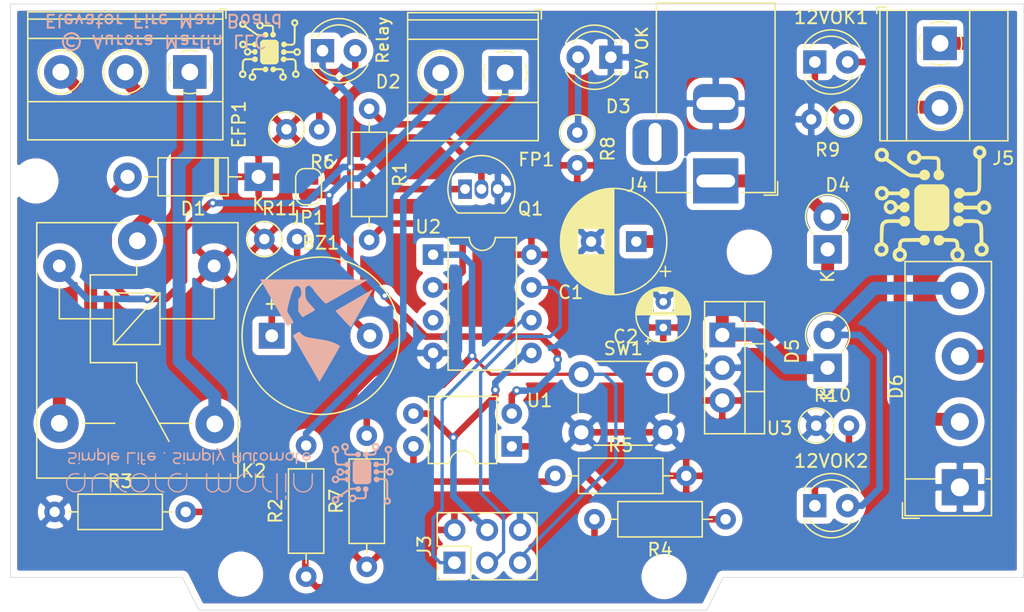
<source format=kicad_pcb>
(kicad_pcb (version 20171130) (host pcbnew "(5.1.4)-1")
  (layers (0 F.Cu signal) (31 B.Cu signal) (34 B.Paste user) (35 F.Paste user) (36 B.SilkS user) (37 F.SilkS user) (38 B.Mask user) (39 F.Mask user) (44 Edge.Cuts user))
  (net 0 "")
  (net 1 +12V)
  (net 2 GND)
  (net 3 +5V)
  (net 4 "Net-(D2-Pad2)")
  (net 5 "Net-(D3-Pad2)")
  (net 6 MISO)
  (net 7 PB2)
  (net 8 MOSI)
  (net 9 Reset)
  (net 10 "Net-(Q1-Pad2)")
  (net 11 /Relay)
  (net 12 "Net-(R2-Pad1)")
  (net 13 "Net-(R4-Pad1)")
  (net 14 "Net-(12VOK1-Pad1)")
  (net 15 "Net-(12VOK1-Pad2)")
  (net 16 /DC+)
  (net 17 "Net-(12VOK2-Pad1)")
  (net 18 /ACL)
  (net 19 /ACN)
  (net 20 "Net-(EFP1-Pad1)")
  (net 21 "Net-(EFP1-Pad2)")
  (net 22 "Net-(EFP1-Pad3)")
  (net 23 "Net-(FP1-Pad1)")
  (net 24 "Net-(FP1-Pad2)")
  (net 25 "Net-(R5-Pad1)")
  (net 26 "Net-(BZ1-Pad1)")
  (net 27 "Net-(BZ1-Pad2)")
  (module auroramarlin:auroraicon10x10 (layer F.Cu) (at 132.9055 47.117)
    (fp_text reference G*** hide)
    (fp_text value LOGO hide)
  )
  (module Symbol:ESD-Logo_8.9x8mm_SilkScreen (layer B.Cu) (at 85.344 57.0865)
    (fp_text reference REF** hide)
    (fp_text value ESD-Logo_8.9x8mm_SilkScreen hide)
  )
  (module Diode_THT:Diode_Bridge_Vishay_KBL (layer F.Cu) (at 135.1915 69.215 90)
    (fp_text reference D6 (at 7.8 -4.95 90) (layer F.SilkS))
    (fp_text value D_Bridge_-AA+)
    (pad 4 thru_hole circle (at 15.24 0 90) (size 2.8 2.8) (drill 1.4) (layers *.Cu *.Mask) (net 16 /DC+))
    (pad 3 thru_hole circle (at 10.16 0 90) (size 2.8 2.8) (drill 1.4) (layers *.Cu *.Mask) (net 19 /ACN))
    (pad 2 thru_hole circle (at 5.08 0 90) (size 2.8 2.8) (drill 1.4) (layers *.Cu *.Mask) (net 18 /ACL))
    (pad 1 thru_hole rect (at 0 0 90) (size 2.8 2.8) (drill 1.4) (layers *.Cu *.Mask) (net 2 GND))
  )
  (module Connector_PinHeader_2.54mm:PinHeader_2x03_P2.54mm_Vertical (layer F.Cu) (at 96.012 75.057 90)
    (fp_text reference J3 (at 1.27 -2.33 90) (layer F.SilkS))
    (fp_text value ICSP)
    (pad 1 thru_hole rect (at 0 0 90) (size 1.7 1.7) (drill 1) (layers *.Cu *.Mask) (net 6 MISO))
    (pad 2 thru_hole oval (at 2.54 0 90) (size 1.7 1.7) (drill 1) (layers *.Cu *.Mask) (net 3 +5V))
    (pad 3 thru_hole oval (at 0 2.54 90) (size 1.7 1.7) (drill 1) (layers *.Cu *.Mask) (net 7 PB2))
    (pad 4 thru_hole oval (at 2.54 2.54 90) (size 1.7 1.7) (drill 1) (layers *.Cu *.Mask) (net 8 MOSI))
    (pad 5 thru_hole oval (at 0 5.08 90) (size 1.7 1.7) (drill 1) (layers *.Cu *.Mask) (net 9 Reset))
    (pad 6 thru_hole oval (at 2.54 5.08 90) (size 1.7 1.7) (drill 1) (layers *.Cu *.Mask) (net 2 GND))
  )
  (module auroramarlin:a_marlin_logo (layer F.Cu) (at 81.661 35.306)
    (fp_text reference G*** hide)
    (fp_text value LOGO hide)
  )
  (module auroramarlin:aurora_Marlin (layer B.Cu) (at 78.613 68.199)
    (fp_text reference G*** hide)
    (fp_text value LOGO hide)
  )
  (module MountingHole:MountingHole_2.5mm (layer F.Cu) (at 63.5635 45.466)
    (fp_text reference REF** hide)
    (fp_text value MountingHole_2.5mm)
    (pad 1 np_thru_hole circle (at 0 0) (size 2.5 2.5) (drill 2.5) (layers *.Cu *.Mask))
  )
  (module MountingHole:MountingHole_2.5mm (layer F.Cu) (at 118.872 50.9905)
    (fp_text reference REF** hide)
    (fp_text value MountingHole_2.5mm)
    (pad 1 np_thru_hole circle (at 0 0) (size 2.5 2.5) (drill 2.5) (layers *.Cu *.Mask))
  )
  (module MountingHole:MountingHole_2.5mm (layer F.Cu) (at 79.4385 75.946)
    (fp_text reference REF** hide)
    (fp_text value MountingHole_2.5mm)
    (pad 1 np_thru_hole circle (at 0 0) (size 2.5 2.5) (drill 2.5) (layers *.Cu *.Mask))
  )
  (module MountingHole:MountingHole_2.5mm (layer F.Cu) (at 112.268 76.1365)
    (fp_text reference REF** hide)
    (fp_text value MountingHole_2.5mm)
    (pad 1 np_thru_hole circle (at 0 0) (size 2.5 2.5) (drill 2.5) (layers *.Cu *.Mask))
  )
  (module Capacitor_THT:CP_Radial_D8.0mm_P3.50mm (layer F.Cu) (at 110.109 50.165 180)
    (fp_text reference C1 (at 5.08 -3.937) (layer F.SilkS))
    (fp_text value "100uF 35V")
    (pad 1 thru_hole rect (at 0 0 180) (size 1.6 1.6) (drill 0.8) (layers *.Cu *.Mask) (net 1 +12V))
    (pad 2 thru_hole circle (at 3.5 0 180) (size 1.6 1.6) (drill 0.8) (layers *.Cu *.Mask) (net 2 GND))
  )
  (module Capacitor_THT:CP_Radial_D4.0mm_P2.00mm (layer F.Cu) (at 112.2045 56.8325 90)
    (fp_text reference C2 (at -0.6985 -2.921 180) (layer F.SilkS))
    (fp_text value "10uF 35V")
    (pad 1 thru_hole rect (at 0 0 90) (size 1.2 1.2) (drill 0.6) (layers *.Cu *.Mask) (net 3 +5V))
    (pad 2 thru_hole circle (at 2 0 90) (size 1.2 1.2) (drill 0.6) (layers *.Cu *.Mask) (net 2 GND))
  )
  (module TerminalBlock_Phoenix:TerminalBlock_Phoenix_MKDS-1,5-3_1x03_P5.00mm_Horizontal (layer F.Cu) (at 75.5015 37.0205 180)
    (fp_text reference EFP1 (at -3.81 -4.064 90) (layer F.SilkS))
    (fp_text value Output)
    (pad 1 thru_hole rect (at 0 0 180) (size 2.6 2.6) (drill 1.3) (layers *.Cu *.Mask) (net 20 "Net-(EFP1-Pad1)"))
    (pad 2 thru_hole circle (at 5 0 180) (size 2.6 2.6) (drill 1.3) (layers *.Cu *.Mask) (net 21 "Net-(EFP1-Pad2)"))
    (pad 3 thru_hole circle (at 10 0 180) (size 2.6 2.6) (drill 1.3) (layers *.Cu *.Mask) (net 22 "Net-(EFP1-Pad3)"))
  )
  (module TerminalBlock_Phoenix:TerminalBlock_Phoenix_MKDS-1,5-2_1x02_P5.00mm_Horizontal (layer F.Cu) (at 99.949 37.084 180)
    (fp_text reference FP1 (at -2.413 -6.731) (layer F.SilkS))
    (fp_text value Input)
    (pad 1 thru_hole rect (at 0 0 180) (size 2.6 2.6) (drill 1.3) (layers *.Cu *.Mask) (net 23 "Net-(FP1-Pad1)"))
    (pad 2 thru_hole circle (at 5 0 180) (size 2.6 2.6) (drill 1.3) (layers *.Cu *.Mask) (net 24 "Net-(FP1-Pad2)"))
  )
  (module Connector_BarrelJack:BarrelJack_Horizontal (layer F.Cu) (at 116.2685 45.466 270)
    (fp_text reference J4 (at 0.3175 6.096 180) (layer F.SilkS))
    (fp_text value DC_IN)
    (pad 1 thru_hole rect (at 0 0 270) (size 3.5 3.5) (drill oval 1 3) (layers *.Cu *.Mask) (net 15 "Net-(12VOK1-Pad2)"))
    (pad 2 thru_hole roundrect (at -6 0 270) (size 3 3.5) (drill oval 1 3) (layers *.Cu *.Mask) (net 2 GND))
    (pad 3 thru_hole roundrect (at -3 4.7 270) (size 3.5 3.5) (drill oval 3 1) (layers *.Cu *.Mask))
  )
  (module Relay_THT:Relay_SPDT_SANYOU_SRD_Series_Form_C (layer F.Cu) (at 71.4375 50.1015 270)
    (fp_text reference K2 (at 17.8435 -9.017 180) (layer F.SilkS))
    (fp_text value SANYOU_SRD_Form_C)
    (pad 2 thru_hole circle (at 1.95 6.05) (size 2.5 2.5) (drill 1) (layers *.Cu *.Mask) (net 27 "Net-(BZ1-Pad2)"))
    (pad 3 thru_hole circle (at 14.15 6.05) (size 3 3) (drill 1.3) (layers *.Cu *.Mask) (net 22 "Net-(EFP1-Pad3)"))
    (pad 4 thru_hole circle (at 14.2 -6) (size 3 3) (drill 1.3) (layers *.Cu *.Mask) (net 20 "Net-(EFP1-Pad1)"))
    (pad 5 thru_hole circle (at 1.95 -5.95) (size 2.5 2.5) (drill 1) (layers *.Cu *.Mask) (net 3 +5V))
    (pad 1 thru_hole circle (at 0 0) (size 3 3) (drill 1.3) (layers *.Cu *.Mask) (net 21 "Net-(EFP1-Pad2)"))
  )
  (module Package_TO_SOT_THT:TO-92_Inline (layer F.Cu) (at 96.8375 46.101)
    (fp_text reference Q1 (at 5.08 1.524) (layer F.SilkS))
    (fp_text value BC547)
    (pad 2 thru_hole oval (at 1.27 0) (size 1.05 1.5) (drill 0.75) (layers *.Cu *.Mask) (net 10 "Net-(Q1-Pad2)"))
    (pad 3 thru_hole oval (at 2.54 0) (size 1.05 1.5) (drill 0.75) (layers *.Cu *.Mask) (net 2 GND))
    (pad 1 thru_hole rect (at 0 0) (size 1.05 1.5) (drill 0.75) (layers *.Cu *.Mask) (net 27 "Net-(BZ1-Pad2)"))
  )
  (module Button_Switch_THT:SW_PUSH_6mm_H4.3mm (layer F.Cu) (at 105.8545 60.452)
    (fp_text reference SW1 (at 3.25 -2) (layer F.SilkS))
    (fp_text value SW_Push)
    (pad 2 thru_hole circle (at 0 4.5 90) (size 2 2) (drill 1.1) (layers *.Cu *.Mask) (net 2 GND))
    (pad 1 thru_hole circle (at 0 0 90) (size 2 2) (drill 1.1) (layers *.Cu *.Mask) (net 9 Reset))
    (pad 2 thru_hole circle (at 6.5 4.5 90) (size 2 2) (drill 1.1) (layers *.Cu *.Mask) (net 2 GND))
    (pad 1 thru_hole circle (at 6.5 0 90) (size 2 2) (drill 1.1) (layers *.Cu *.Mask) (net 9 Reset))
  )
  (module Package_DIP:DIP-4_W7.62mm (layer F.Cu) (at 100.457 66.04 180)
    (fp_text reference U1 (at -2.159 3.556) (layer F.SilkS))
    (fp_text value PC817)
    (pad 1 thru_hole rect (at 0 0 180) (size 1.6 1.6) (drill 0.8) (layers *.Cu *.Mask) (net 13 "Net-(R4-Pad1)"))
    (pad 3 thru_hole oval (at 7.62 2.54 180) (size 1.6 1.6) (drill 0.8) (layers *.Cu *.Mask) (net 8 MOSI))
    (pad 2 thru_hole oval (at 0 2.54 180) (size 1.6 1.6) (drill 0.8) (layers *.Cu *.Mask) (net 24 "Net-(FP1-Pad2)"))
    (pad 4 thru_hole oval (at 7.62 0 180) (size 1.6 1.6) (drill 0.8) (layers *.Cu *.Mask) (net 25 "Net-(R5-Pad1)"))
  )
  (module Package_DIP:DIP-8_W7.62mm (layer F.Cu) (at 94.361 51.181)
    (fp_text reference U2 (at -0.381 -2.159) (layer F.SilkS))
    (fp_text value ATtiny13-20PU)
    (pad 1 thru_hole rect (at 0 0) (size 1.6 1.6) (drill 0.8) (layers *.Cu *.Mask) (net 9 Reset))
    (pad 5 thru_hole oval (at 7.62 7.62) (size 1.6 1.6) (drill 0.8) (layers *.Cu *.Mask) (net 8 MOSI))
    (pad 2 thru_hole oval (at 0 2.54) (size 1.6 1.6) (drill 0.8) (layers *.Cu *.Mask) (net 11 /Relay))
    (pad 6 thru_hole oval (at 7.62 5.08) (size 1.6 1.6) (drill 0.8) (layers *.Cu *.Mask) (net 6 MISO))
    (pad 3 thru_hole oval (at 0 5.08) (size 1.6 1.6) (drill 0.8) (layers *.Cu *.Mask))
    (pad 7 thru_hole oval (at 7.62 2.54) (size 1.6 1.6) (drill 0.8) (layers *.Cu *.Mask) (net 7 PB2))
    (pad 4 thru_hole oval (at 0 7.62) (size 1.6 1.6) (drill 0.8) (layers *.Cu *.Mask) (net 2 GND))
    (pad 8 thru_hole oval (at 7.62 0) (size 1.6 1.6) (drill 0.8) (layers *.Cu *.Mask) (net 3 +5V))
  )
  (module Package_TO_SOT_THT:TO-220-3_Vertical (layer F.Cu) (at 116.7765 57.404 270)
    (fp_text reference U3 (at 7.239 -4.445 180) (layer F.SilkS))
    (fp_text value LM7805_TO220)
    (pad 1 thru_hole rect (at 0 0 270) (size 1.905 2) (drill 1.1) (layers *.Cu *.Mask) (net 1 +12V))
    (pad 2 thru_hole oval (at 2.54 0 270) (size 1.905 2) (drill 1.1) (layers *.Cu *.Mask) (net 2 GND))
    (pad 3 thru_hole oval (at 5.08 0 270) (size 1.905 2) (drill 1.1) (layers *.Cu *.Mask) (net 3 +5V))
  )
  (module TerminalBlock_Phoenix:TerminalBlock_Phoenix_MKDS-1,5-2_1x02_P5.00mm_Horizontal (layer F.Cu) (at 133.6548 34.798 270)
    (fp_text reference J5 (at 8.9154 -4.9022 180) (layer F.SilkS))
    (fp_text value AC_IN)
    (pad 1 thru_hole rect (at 0 0 270) (size 2.6 2.6) (drill 1.3) (layers *.Cu *.Mask) (net 19 /ACN))
    (pad 2 thru_hole circle (at 5 0 270) (size 2.6 2.6) (drill 1.3) (layers *.Cu *.Mask) (net 18 /ACL))
  )
  (module Diode_THT:D_DO-41_SOD81_P10.16mm_Horizontal (layer F.Cu) (at 80.8355 45.1485 180)
    (fp_text reference D1 (at 5.08 -2.47) (layer F.SilkS))
    (fp_text value 1N4001)
    (fp_text user K (at 0 -2.1) (layer F.SilkS))
    (pad 1 thru_hole rect (at 0 0 180) (size 2.2 2.2) (drill 1.1) (layers *.Cu *.Mask) (net 3 +5V))
    (pad 2 thru_hole oval (at 10.16 0 180) (size 2.2 2.2) (drill 1.1) (layers *.Cu *.Mask) (net 27 "Net-(BZ1-Pad2)"))
  )
  (module Resistor_THT:R_Axial_DIN0207_L6.3mm_D2.5mm_P10.16mm_Horizontal (layer F.Cu) (at 89.408 39.878 270)
    (fp_text reference R1 (at 5.08 -2.37 90) (layer F.SilkS))
    (fp_text value 10K)
    (pad 2 thru_hole oval (at 10.16 0 270) (size 1.6 1.6) (drill 0.8) (layers *.Cu *.Mask) (net 11 /Relay))
    (pad 1 thru_hole circle (at 0 0 270) (size 1.6 1.6) (drill 0.8) (layers *.Cu *.Mask) (net 10 "Net-(Q1-Pad2)"))
  )
  (module Resistor_THT:R_Axial_DIN0207_L6.3mm_D2.5mm_P10.16mm_Horizontal (layer F.Cu) (at 84.5185 76.1365 90)
    (fp_text reference R2 (at 5.08 -2.37 90) (layer F.SilkS))
    (fp_text value "2K 1/2W")
    (pad 1 thru_hole circle (at 0 0 90) (size 1.6 1.6) (drill 0.8) (layers *.Cu *.Mask) (net 12 "Net-(R2-Pad1)"))
    (pad 2 thru_hole oval (at 10.16 0 90) (size 1.6 1.6) (drill 0.8) (layers *.Cu *.Mask) (net 23 "Net-(FP1-Pad1)"))
  )
  (module Resistor_THT:R_Axial_DIN0207_L6.3mm_D2.5mm_P10.16mm_Horizontal (layer F.Cu) (at 65.024 71.12)
    (fp_text reference R3 (at 5.08 -2.37) (layer F.SilkS))
    (fp_text value "1K 1/2W")
    (pad 1 thru_hole circle (at 0 0) (size 1.6 1.6) (drill 0.8) (layers *.Cu *.Mask) (net 2 GND))
    (pad 2 thru_hole oval (at 10.16 0) (size 1.6 1.6) (drill 0.8) (layers *.Cu *.Mask) (net 12 "Net-(R2-Pad1)"))
  )
  (module Resistor_THT:R_Axial_DIN0207_L6.3mm_D2.5mm_P10.16mm_Horizontal (layer F.Cu) (at 117.0305 71.6915 180)
    (fp_text reference R4 (at 5.08 -2.37) (layer F.SilkS))
    (fp_text value "10K 1/2W")
    (pad 2 thru_hole oval (at 10.16 0 180) (size 1.6 1.6) (drill 0.8) (layers *.Cu *.Mask) (net 12 "Net-(R2-Pad1)"))
    (pad 1 thru_hole circle (at 0 0 180) (size 1.6 1.6) (drill 0.8) (layers *.Cu *.Mask) (net 13 "Net-(R4-Pad1)"))
  )
  (module Resistor_THT:R_Axial_DIN0207_L6.3mm_D2.5mm_P10.16mm_Horizontal (layer F.Cu) (at 103.8225 68.326)
    (fp_text reference R5 (at 5.08 -2.37) (layer F.SilkS))
    (fp_text value 4.7K)
    (pad 2 thru_hole oval (at 10.16 0) (size 1.6 1.6) (drill 0.8) (layers *.Cu *.Mask) (net 3 +5V))
    (pad 1 thru_hole circle (at 0 0) (size 1.6 1.6) (drill 0.8) (layers *.Cu *.Mask) (net 25 "Net-(R5-Pad1)"))
  )
  (module Resistor_THT:R_Axial_DIN0207_L6.3mm_D2.5mm_P10.16mm_Horizontal (layer F.Cu) (at 89.2175 75.3745 90)
    (fp_text reference R7 (at 5.08 -2.37 90) (layer F.SilkS))
    (fp_text value 10K)
    (pad 1 thru_hole circle (at 0 0 90) (size 1.6 1.6) (drill 0.8) (layers *.Cu *.Mask) (net 3 +5V))
    (pad 2 thru_hole oval (at 10.16 0 90) (size 1.6 1.6) (drill 0.8) (layers *.Cu *.Mask) (net 9 Reset))
  )
  (module Diode_THT:D_DO-41_SOD81_P2.54mm_Vertical_KathodeUp (layer F.Cu) (at 124.9426 50.7746 90)
    (fp_text reference D4 (at 4.9911 0.7874 180) (layer F.SilkS))
    (fp_text value D)
    (fp_text user K (at -2.1 0 90) (layer F.SilkS))
    (pad 1 thru_hole rect (at 0 0 90) (size 2.2 2.2) (drill 1.1) (layers *.Cu *.Mask) (net 1 +12V))
    (pad 2 thru_hole oval (at 2.54 0 90) (size 2.2 2.2) (drill 1.1) (layers *.Cu *.Mask) (net 15 "Net-(12VOK1-Pad2)"))
  )
  (module Resistor_THT:R_Axial_DIN0207_L6.3mm_D2.5mm_P2.54mm_Vertical (layer F.Cu) (at 105.537 41.7195 270)
    (fp_text reference R8 (at 1.27 -2.37 90) (layer F.SilkS))
    (fp_text value 330)
    (pad 2 thru_hole oval (at 2.54 0 270) (size 1.6 1.6) (drill 0.8) (layers *.Cu *.Mask) (net 3 +5V))
    (pad 1 thru_hole circle (at 0 0 270) (size 1.6 1.6) (drill 0.8) (layers *.Cu *.Mask) (net 5 "Net-(D3-Pad2)"))
  )
  (module Diode_THT:D_DO-41_SOD81_P2.54mm_Vertical_KathodeUp (layer F.Cu) (at 124.9426 59.944 90)
    (fp_text reference D5 (at 1.27 -2.750635 90) (layer F.SilkS))
    (fp_text value D)
    (fp_text user K (at -2.1 0 90) (layer F.SilkS))
    (pad 1 thru_hole rect (at 0 0 90) (size 2.2 2.2) (drill 1.1) (layers *.Cu *.Mask) (net 1 +12V))
    (pad 2 thru_hole oval (at 2.54 0 90) (size 2.2 2.2) (drill 1.1) (layers *.Cu *.Mask) (net 16 /DC+))
  )
  (module Resistor_THT:R_Axial_DIN0207_L6.3mm_D2.5mm_P2.54mm_Vertical (layer F.Cu) (at 124.0536 64.4398)
    (fp_text reference R10 (at 1.27 -2.37) (layer F.SilkS))
    (fp_text value 330)
    (pad 1 thru_hole circle (at 0 0) (size 1.6 1.6) (drill 0.8) (layers *.Cu *.Mask) (net 2 GND))
    (pad 2 thru_hole oval (at 2.54 0) (size 1.6 1.6) (drill 0.8) (layers *.Cu *.Mask) (net 17 "Net-(12VOK2-Pad1)"))
  )
  (module Resistor_THT:R_Axial_DIN0207_L6.3mm_D2.5mm_P2.54mm_Vertical (layer F.Cu) (at 126.2126 40.6908 180)
    (fp_text reference R9 (at 1.27 -2.37) (layer F.SilkS))
    (fp_text value 330)
    (pad 1 thru_hole circle (at 0 0 180) (size 1.6 1.6) (drill 0.8) (layers *.Cu *.Mask) (net 14 "Net-(12VOK1-Pad1)"))
    (pad 2 thru_hole oval (at 2.54 0 180) (size 1.6 1.6) (drill 0.8) (layers *.Cu *.Mask) (net 2 GND))
  )
  (module LED_THT:LED_D4.0mm (layer F.Cu) (at 123.952 36.2458)
    (fp_text reference 12VOK1 (at 1.27 -3.46) (layer F.SilkS))
    (fp_text value Yellow)
    (pad 2 thru_hole circle (at 2.54 0) (size 1.8 1.8) (drill 0.9) (layers *.Cu *.Mask) (net 15 "Net-(12VOK1-Pad2)"))
    (pad 1 thru_hole rect (at 0 0) (size 1.8 1.8) (drill 0.9) (layers *.Cu *.Mask) (net 14 "Net-(12VOK1-Pad1)"))
  )
  (module LED_THT:LED_D4.0mm (layer F.Cu) (at 123.952 70.6374)
    (fp_text reference 12VOK2 (at 1.27 -3.46) (layer F.SilkS))
    (fp_text value Blue)
    (pad 1 thru_hole rect (at 0 0) (size 1.8 1.8) (drill 0.9) (layers *.Cu *.Mask) (net 17 "Net-(12VOK2-Pad1)"))
    (pad 2 thru_hole circle (at 2.54 0) (size 1.8 1.8) (drill 0.9) (layers *.Cu *.Mask) (net 16 /DC+))
  )
  (module LED_THT:LED_D4.0mm (layer F.Cu) (at 108.1405 35.8775 180)
    (fp_text reference D3 (at -0.5715 -3.81) (layer F.SilkS))
    (fp_text value Green)
    (pad 2 thru_hole circle (at 2.54 0 180) (size 1.8 1.8) (drill 0.9) (layers *.Cu *.Mask) (net 5 "Net-(D3-Pad2)"))
    (pad 1 thru_hole rect (at 0 0 180) (size 1.8 1.8) (drill 0.9) (layers *.Cu *.Mask) (net 2 GND))
  )
  (module LED_THT:LED_D4.0mm (layer F.Cu) (at 85.7885 35.3695)
    (fp_text reference D2 (at 5.08 2.413) (layer F.SilkS))
    (fp_text value Red)
    (pad 1 thru_hole rect (at 0 0) (size 1.8 1.8) (drill 0.9) (layers *.Cu *.Mask) (net 27 "Net-(BZ1-Pad2)"))
    (pad 2 thru_hole circle (at 2.54 0) (size 1.8 1.8) (drill 0.9) (layers *.Cu *.Mask) (net 4 "Net-(D2-Pad2)"))
  )
  (module Resistor_THT:R_Axial_DIN0207_L6.3mm_D2.5mm_P2.54mm_Vertical (layer F.Cu) (at 82.9945 41.4655)
    (fp_text reference R6 (at 2.794 2.54) (layer F.SilkS))
    (fp_text value 330)
    (pad 1 thru_hole circle (at 0 0) (size 1.6 1.6) (drill 0.8) (layers *.Cu *.Mask) (net 3 +5V))
    (pad 2 thru_hole oval (at 2.54 0) (size 1.6 1.6) (drill 0.8) (layers *.Cu *.Mask) (net 4 "Net-(D2-Pad2)"))
  )
  (module Jumper:SolderJumper-2_P1.3mm_Open_RoundedPad1.0x1.5mm (layer F.Cu) (at 84.709 45.9105 90)
    (fp_text reference JP1 (at -2.413 -0.0635 180) (layer F.SilkS))
    (fp_text value GROUND)
    (pad 1 smd custom (at -0.65 0 90) (size 1 0.5) (layers F.Cu F.Mask) (net 24 "Net-(FP1-Pad2)") (options (clearance outline) (anchor rect)) (primitives (gr_circle (center 0 0.25) (end 0.5 0.25) (width 0)) (gr_circle (center 0 -0.25) (end 0.5 -0.25) (width 0)) (gr_poly (pts (xy 0 -0.75) (xy 0.5 -0.75) (xy 0.5 0.75) (xy 0 0.75)) (width 0))))
    (pad 2 smd custom (at 0.65 0 90) (size 1 0.5) (layers F.Cu F.Mask) (net 2 GND) (options (clearance outline) (anchor rect)) (primitives (gr_circle (center 0 0.25) (end 0.5 0.25) (width 0)) (gr_circle (center 0 -0.25) (end 0.5 -0.25) (width 0)) (gr_poly (pts (xy 0 -0.75) (xy -0.5 -0.75) (xy -0.5 0.75) (xy 0 0.75)) (width 0))))
  )
  (module Buzzer_Beeper:Buzzer_12x9.5RM7.6 (layer F.Cu) (at 81.8515 57.4675)
    (fp_text reference BZ1 (at 3.8 -7.2) (layer F.SilkS))
    (fp_text value Buzzer)
    (fp_text user + (at -0.01 -2.54) (layer F.SilkS))
    (pad 1 thru_hole rect (at 0 0) (size 2 2) (drill 1) (layers *.Cu *.Mask) (net 26 "Net-(BZ1-Pad1)"))
    (pad 2 thru_hole circle (at 7.6 0) (size 2 2) (drill 1) (layers *.Cu *.Mask) (net 27 "Net-(BZ1-Pad2)"))
  )
  (module Resistor_THT:R_Axial_DIN0207_L6.3mm_D2.5mm_P2.54mm_Vertical (layer F.Cu) (at 81.28 49.9745)
    (fp_text reference R11 (at 1.27 -2.37) (layer F.SilkS))
    (fp_text value 180)
    (pad 1 thru_hole circle (at 0 0) (size 1.6 1.6) (drill 0.8) (layers *.Cu *.Mask) (net 3 +5V))
    (pad 2 thru_hole oval (at 2.54 0) (size 1.6 1.6) (drill 0.8) (layers *.Cu *.Mask) (net 26 "Net-(BZ1-Pad1)"))
  )
  (gr_text "5V OK" (at 110.5535 35.56 90) (layer F.SilkS) (effects (font (size 0.9 0.9))))
  (gr_line (start 140.1318 76.2) (end 140.1572 31.75) (layer Edge.Cuts) (width 0.05))
  (gr_line (start 121.92 76.2) (end 140.1318 76.2) (layer Edge.Cuts) (width 0.05))
  (gr_text Relay (at 90.4494 34.544 90) (layer F.SilkS) (effects (font (size 0.9 0.9))))
  (gr_text "© Aurora Marlin LLC\nElevator Fire Man Board" (at 73.4695 33.8455 180) (layer B.SilkS) (effects (font (size 1 1)) (justify mirror)))
  (gr_line (start 74.93 76.2) (end 74.295 76.2) (layer Edge.Cuts) (width 0.05))
  (gr_line (start 76.2 78.74) (end 74.93 76.2) (layer Edge.Cuts) (width 0.05))
  (gr_line (start 116.84 76.2) (end 117.475 76.2) (layer Edge.Cuts) (width 0.05))
  (gr_line (start 115.57 78.74) (end 116.84 76.2) (layer Edge.Cuts) (width 0.05))
  (gr_line (start 76.2 78.74) (end 115.57 78.74) (layer Edge.Cuts) (width 0.05))
  (gr_line (start 117.475 76.2) (end 121.92 76.2) (layer Edge.Cuts) (width 0.05))
  (gr_line (start 61.595 76.2) (end 74.295 76.2) (layer Edge.Cuts) (width 0.05))
  (gr_line (start 61.595 31.75) (end 61.595 76.2) (layer Edge.Cuts) (width 0.05))
  (gr_line (start 61.595 31.75) (end 140.1572 31.75) (layer Edge.Cuts) (width 0.05))
  (segment (start 121.7676 59.944) (end 124.9426 59.944) (width 1) (layer B.Cu) (net 1))
  (segment (start 119.1514 57.3278) (end 121.7676 59.944) (width 1) (layer B.Cu) (net 1))
  (segment (start 116.9002 57.3278) (end 119.1514 57.3278) (width 1) (layer B.Cu) (net 1))
  (segment (start 116.7765 57.404) (end 116.824 57.404) (width 1) (layer B.Cu) (net 1))
  (segment (start 116.824 57.404) (end 116.9002 57.3278) (width 1) (layer B.Cu) (net 1))
  (segment (start 118.7765 57.404) (end 116.7765 57.404) (width 1) (layer F.Cu) (net 1))
  (segment (start 120.4132 57.404) (end 118.7765 57.404) (width 1) (layer F.Cu) (net 1))
  (segment (start 124.9426 52.8746) (end 120.4132 57.404) (width 1) (layer F.Cu) (net 1))
  (segment (start 124.9426 50.7746) (end 124.9426 52.8746) (width 1) (layer F.Cu) (net 1))
  (segment (start 116.7765 54.991) (end 116.7765 57.404) (width 1) (layer F.Cu) (net 1))
  (segment (start 110.109 50.165) (end 111.9505 50.165) (width 1) (layer F.Cu) (net 1))
  (segment (start 111.9505 50.165) (end 116.7765 54.991) (width 1) (layer F.Cu) (net 1))
  (segment (start 107.268713 64.952) (end 112.3545 64.952) (width 0.508) (layer F.Cu) (net 2))
  (segment (start 105.8545 64.952) (end 107.268713 64.952) (width 0.508) (layer F.Cu) (net 2))
  (via (at 86.106 43.6245) (size 0.6854) (drill 0.3302) (layers F.Cu B.Cu) (net 2))
  (segment (start 85.2805 43.6245) (end 84.709 44.196) (width 0.508) (layer F.Cu) (net 2))
  (segment (start 86.106 43.6245) (end 85.2805 43.6245) (width 0.508) (layer F.Cu) (net 2))
  (segment (start 84.709 44.196) (end 84.709 45.2605) (width 0.508) (layer F.Cu) (net 2))
  (segment (start 88.3285 36.83) (end 88.3285 35.3695) (width 0.508) (layer F.Cu) (net 4))
  (segment (start 85.5345 41.4655) (end 85.5345 39.624) (width 0.508) (layer F.Cu) (net 4))
  (segment (start 85.5345 39.624) (end 88.3285 36.83) (width 0.508) (layer F.Cu) (net 4))
  (segment (start 105.6005 41.656) (end 105.537 41.7195) (width 0.508) (layer B.Cu) (net 5))
  (segment (start 105.6005 35.8775) (end 105.6005 41.656) (width 0.508) (layer B.Cu) (net 5))
  (segment (start 94.908 75.057) (end 94.361 74.51) (width 0.254) (layer B.Cu) (net 6))
  (segment (start 96.012 75.057) (end 94.908 75.057) (width 0.254) (layer B.Cu) (net 6))
  (segment (start 94.361 74.51) (end 94.361 71.628) (width 0.254) (layer B.Cu) (net 6))
  (segment (start 94.361 71.628) (end 95.0595 70.9295) (width 0.254) (layer B.Cu) (net 6))
  (segment (start 101.2825 56.261) (end 101.981 56.261) (width 0.254) (layer B.Cu) (net 6))
  (segment (start 95.0595 70.9295) (end 95.0595 62.484) (width 0.254) (layer B.Cu) (net 6))
  (segment (start 95.0595 62.484) (end 101.2825 56.261) (width 0.254) (layer B.Cu) (net 6))
  (segment (start 98.9965 75.057) (end 98.552 75.057) (width 0.254) (layer B.Cu) (net 7))
  (segment (start 99.822 74.2315) (end 98.9965 75.057) (width 0.254) (layer B.Cu) (net 7))
  (segment (start 98.044 69.6595) (end 99.822 71.4375) (width 0.254) (layer B.Cu) (net 7))
  (segment (start 98.044 60.325) (end 98.044 69.6595) (width 0.254) (layer B.Cu) (net 7))
  (segment (start 103.632 53.721) (end 104.2035 54.2925) (width 0.254) (layer B.Cu) (net 7))
  (segment (start 101.981 53.721) (end 103.632 53.721) (width 0.254) (layer B.Cu) (net 7))
  (segment (start 104.2035 54.2925) (end 104.2035 56.769) (width 0.254) (layer B.Cu) (net 7))
  (segment (start 104.2035 56.769) (end 103.4415 57.531) (width 0.254) (layer B.Cu) (net 7))
  (segment (start 99.822 71.4375) (end 99.822 74.2315) (width 0.254) (layer B.Cu) (net 7))
  (segment (start 103.4415 57.531) (end 100.838 57.531) (width 0.254) (layer B.Cu) (net 7))
  (segment (start 100.838 57.531) (end 98.044 60.325) (width 0.254) (layer B.Cu) (net 7))
  (segment (start 93.96837 63.5) (end 95.8215 65.35313) (width 0.508) (layer F.Cu) (net 8))
  (segment (start 92.837 63.5) (end 93.96837 63.5) (width 0.508) (layer F.Cu) (net 8))
  (via (at 99.187 61.6585) (size 0.6854) (drill 0.3302) (layers F.Cu B.Cu) (net 8))
  (segment (start 99.187 62.103) (end 99.187 61.6585) (width 0.508) (layer F.Cu) (net 8))
  (segment (start 95.8215 65.35313) (end 95.93687 65.35313) (width 0.508) (layer F.Cu) (net 8))
  (segment (start 95.93687 65.35313) (end 99.187 62.103) (width 0.508) (layer F.Cu) (net 8))
  (segment (start 101.473 58.801) (end 101.981 58.801) (width 0.508) (layer B.Cu) (net 8))
  (segment (start 99.187 61.6585) (end 99.187 61.087) (width 0.508) (layer B.Cu) (net 8))
  (segment (start 99.187 61.087) (end 101.473 58.801) (width 0.508) (layer B.Cu) (net 8))
  (via (at 95.93687 65.353124) (size 0.6854) (drill 0.3302) (layers F.Cu B.Cu) (net 8))
  (segment (start 95.8215 65.35313) (end 95.936864 65.35313) (width 0.508) (layer F.Cu) (net 8))
  (segment (start 95.936864 65.35313) (end 95.93687 65.353124) (width 0.508) (layer F.Cu) (net 8))
  (segment (start 98.552 72.517) (end 95.93687 69.90187) (width 0.508) (layer B.Cu) (net 8))
  (segment (start 95.93687 69.90187) (end 95.93687 65.837774) (width 0.508) (layer B.Cu) (net 8))
  (segment (start 95.93687 65.837774) (end 95.93687 65.353124) (width 0.508) (layer B.Cu) (net 8))
  (segment (start 105.8545 60.452) (end 106.172 60.452) (width 0.254) (layer F.Cu) (net 9))
  (via (at 97.379943 59.025943) (size 0.6854) (drill 0.3302) (layers F.Cu B.Cu) (net 9))
  (segment (start 98.806 60.452) (end 97.722642 59.368642) (width 0.254) (layer F.Cu) (net 9))
  (segment (start 97.722642 59.368642) (end 97.379943 59.025943) (width 0.254) (layer F.Cu) (net 9))
  (segment (start 105.8545 60.452) (end 98.806 60.452) (width 0.254) (layer F.Cu) (net 9))
  (segment (start 107.268713 60.452) (end 112.3545 60.452) (width 0.254) (layer F.Cu) (net 9))
  (segment (start 105.8545 60.452) (end 107.268713 60.452) (width 0.254) (layer F.Cu) (net 9))
  (segment (start 107.6325 60.452) (end 105.8545 60.452) (width 0.254) (layer B.Cu) (net 9))
  (segment (start 108.5215 61.341) (end 107.6325 60.452) (width 0.254) (layer B.Cu) (net 9))
  (segment (start 108.5215 67.2465) (end 108.5215 61.341) (width 0.254) (layer B.Cu) (net 9))
  (segment (start 101.092 75.057) (end 101.092 74.676) (width 0.254) (layer B.Cu) (net 9))
  (segment (start 101.092 74.676) (end 108.5215 67.2465) (width 0.254) (layer B.Cu) (net 9))
  (segment (start 97.379943 58.541293) (end 97.379943 59.025943) (width 0.508) (layer B.Cu) (net 9))
  (segment (start 97.379943 51.977443) (end 97.379943 58.541293) (width 0.508) (layer B.Cu) (net 9))
  (segment (start 94.361 51.181) (end 96.5835 51.181) (width 0.508) (layer B.Cu) (net 9))
  (segment (start 96.5835 51.181) (end 97.379943 51.977443) (width 0.508) (layer B.Cu) (net 9))
  (segment (start 97.037244 59.368642) (end 97.379943 59.025943) (width 0.508) (layer F.Cu) (net 9))
  (segment (start 95.128386 61.2775) (end 97.037244 59.368642) (width 0.508) (layer F.Cu) (net 9))
  (segment (start 90.297 61.2775) (end 95.128386 61.2775) (width 0.508) (layer F.Cu) (net 9))
  (segment (start 89.2175 65.2145) (end 89.2175 62.357) (width 0.508) (layer F.Cu) (net 9))
  (segment (start 89.2175 62.357) (end 90.297 61.2775) (width 0.508) (layer F.Cu) (net 9))
  (segment (start 98.1075 44.843) (end 98.1075 46.101) (width 0.508) (layer F.Cu) (net 10))
  (segment (start 94.342499 41.077999) (end 98.1075 44.843) (width 0.508) (layer F.Cu) (net 10))
  (segment (start 90.607999 41.077999) (end 94.342499 41.077999) (width 0.508) (layer F.Cu) (net 10))
  (segment (start 89.408 39.878) (end 90.607999 41.077999) (width 0.508) (layer F.Cu) (net 10))
  (segment (start 94.4245 53.6575) (end 94.361 53.721) (width 0.508) (layer F.Cu) (net 11))
  (segment (start 90.678 48.768) (end 95.123 48.768) (width 0.508) (layer F.Cu) (net 11))
  (segment (start 89.408 50.038) (end 90.678 48.768) (width 0.508) (layer F.Cu) (net 11))
  (segment (start 95.123 48.768) (end 96.647 50.292) (width 0.508) (layer F.Cu) (net 11))
  (segment (start 96.647 50.292) (end 96.647 52.5145) (width 0.508) (layer F.Cu) (net 11))
  (segment (start 96.647 52.5145) (end 95.504 53.6575) (width 0.508) (layer F.Cu) (net 11))
  (segment (start 95.504 53.6575) (end 94.4245 53.6575) (width 0.508) (layer F.Cu) (net 11))
  (segment (start 106.8705 75.184) (end 106.8705 71.6915) (width 0.508) (layer F.Cu) (net 12))
  (segment (start 81.534 71.12) (end 84.455 74.041) (width 0.508) (layer F.Cu) (net 12))
  (segment (start 75.184 71.12) (end 81.534 71.12) (width 0.508) (layer F.Cu) (net 12))
  (segment (start 84.455 74.041) (end 84.455 76.073) (width 0.508) (layer F.Cu) (net 12))
  (segment (start 85.344 76.962) (end 105.0925 76.962) (width 0.508) (layer F.Cu) (net 12))
  (segment (start 84.455 76.073) (end 85.344 76.962) (width 0.508) (layer F.Cu) (net 12))
  (segment (start 105.0925 76.962) (end 106.8705 75.184) (width 0.508) (layer F.Cu) (net 12))
  (segment (start 115.89913 71.6915) (end 117.0305 71.6915) (width 0.508) (layer F.Cu) (net 13))
  (segment (start 109.601 71.6915) (end 115.89913 71.6915) (width 0.508) (layer F.Cu) (net 13))
  (segment (start 100.457 66.04) (end 103.9495 66.04) (width 0.508) (layer F.Cu) (net 13))
  (segment (start 103.9495 66.04) (end 109.601 71.6915) (width 0.508) (layer F.Cu) (net 13))
  (segment (start 123.952 38.4302) (end 126.2126 40.6908) (width 0.508) (layer F.Cu) (net 14))
  (segment (start 123.952 36.2458) (end 123.952 38.4302) (width 0.508) (layer F.Cu) (net 14))
  (segment (start 122.174 45.466) (end 124.9426 48.2346) (width 1) (layer F.Cu) (net 15))
  (segment (start 116.2685 45.466) (end 122.174 45.466) (width 1) (layer F.Cu) (net 15))
  (segment (start 124.968 48.26) (end 124.9426 48.2346) (width 0.508) (layer F.Cu) (net 15))
  (segment (start 126.9365 48.26) (end 124.968 48.26) (width 0.508) (layer F.Cu) (net 15))
  (segment (start 129.032 46.1645) (end 126.9365 48.26) (width 0.508) (layer F.Cu) (net 15))
  (segment (start 129.032 37.338) (end 129.032 46.1645) (width 0.508) (layer F.Cu) (net 15))
  (segment (start 126.492 36.2458) (end 127.9398 36.2458) (width 0.508) (layer F.Cu) (net 15))
  (segment (start 127.9398 36.2458) (end 129.032 37.338) (width 0.508) (layer F.Cu) (net 15))
  (segment (start 128.5621 53.7845) (end 134.3025 53.7845) (width 1) (layer B.Cu) (net 16))
  (segment (start 124.9426 57.404) (end 128.5621 53.7845) (width 1) (layer B.Cu) (net 16))
  (segment (start 127.381 57.404) (end 124.9426 57.404) (width 0.508) (layer B.Cu) (net 16))
  (segment (start 128.9685 58.9915) (end 127.381 57.404) (width 0.508) (layer B.Cu) (net 16))
  (segment (start 128.9685 69.2785) (end 128.9685 58.9915) (width 0.508) (layer B.Cu) (net 16))
  (segment (start 126.492 70.6374) (end 127.6096 70.6374) (width 0.508) (layer B.Cu) (net 16))
  (segment (start 127.6096 70.6374) (end 128.9685 69.2785) (width 0.508) (layer B.Cu) (net 16))
  (segment (start 126.5936 66.5734) (end 126.5936 64.4398) (width 0.508) (layer F.Cu) (net 17))
  (segment (start 123.952 70.6374) (end 123.952 69.215) (width 0.508) (layer F.Cu) (net 17))
  (segment (start 123.952 69.215) (end 126.5936 66.5734) (width 0.508) (layer F.Cu) (net 17))
  (segment (start 133.6078 39.751) (end 133.6548 39.798) (width 1) (layer F.Cu) (net 18))
  (segment (start 131.318 39.751) (end 133.6078 39.751) (width 1) (layer F.Cu) (net 18))
  (segment (start 130.556 40.513) (end 131.318 39.751) (width 1) (layer F.Cu) (net 18))
  (segment (start 130.556 62.23) (end 130.556 40.513) (width 1) (layer F.Cu) (net 18))
  (segment (start 134.3025 63.9445) (end 132.2705 63.9445) (width 1) (layer F.Cu) (net 18))
  (segment (start 132.2705 63.9445) (end 130.556 62.23) (width 1) (layer F.Cu) (net 18))
  (segment (start 135.9548 34.798) (end 133.6548 34.798) (width 1) (layer F.Cu) (net 19))
  (segment (start 137.0965 59.055) (end 138.049 58.1025) (width 1) (layer F.Cu) (net 19))
  (segment (start 135.1915 59.055) (end 137.0965 59.055) (width 1) (layer F.Cu) (net 19))
  (segment (start 138.049 58.1025) (end 138.049 44.45) (width 1) (layer F.Cu) (net 19))
  (segment (start 138.049 44.45) (end 137.0965 43.4975) (width 1) (layer F.Cu) (net 19))
  (segment (start 137.0965 43.4975) (end 137.0965 35.9397) (width 1) (layer F.Cu) (net 19))
  (segment (start 137.0965 35.9397) (end 135.9548 34.798) (width 1) (layer F.Cu) (net 19))
  (segment (start 75.5015 43.307) (end 75.5015 37.0205) (width 1) (layer B.Cu) (net 20))
  (segment (start 74.676 44.1325) (end 75.5015 43.307) (width 1) (layer B.Cu) (net 20))
  (segment (start 74.676 59.41868) (end 74.676 44.1325) (width 1) (layer B.Cu) (net 20))
  (segment (start 77.4375 64.3015) (end 77.4375 62.18018) (width 1) (layer B.Cu) (net 20))
  (segment (start 77.4375 62.18018) (end 74.676 59.41868) (width 1) (layer B.Cu) (net 20))
  (segment (start 71.4375 48.9585) (end 71.4375 50.1015) (width 1) (layer F.Cu) (net 21))
  (segment (start 73.025 47.371) (end 71.4375 48.9585) (width 1) (layer F.Cu) (net 21))
  (segment (start 73.025 40.1955) (end 73.025 47.371) (width 1) (layer F.Cu) (net 21))
  (segment (start 70.9765 37.2745) (end 70.9765 38.147) (width 1) (layer F.Cu) (net 21))
  (segment (start 70.9765 38.147) (end 73.025 40.1955) (width 1) (layer F.Cu) (net 21))
  (segment (start 66.801499 38.320499) (end 65.5015 37.0205) (width 1) (layer F.Cu) (net 22))
  (segment (start 67.818 39.337) (end 66.801499 38.320499) (width 1) (layer F.Cu) (net 22))
  (segment (start 67.818 59.69968) (end 67.818 39.337) (width 1) (layer F.Cu) (net 22))
  (segment (start 65.3875 64.2515) (end 65.3875 62.13018) (width 1) (layer F.Cu) (net 22))
  (segment (start 65.3875 62.13018) (end 67.818 59.69968) (width 1) (layer F.Cu) (net 22))
  (segment (start 99.949 38.892) (end 99.949 37.084) (width 0.508) (layer B.Cu) (net 23))
  (segment (start 92.046201 46.794799) (end 99.949 38.892) (width 0.508) (layer B.Cu) (net 23))
  (segment (start 92.046201 57.496299) (end 92.046201 46.794799) (width 0.508) (layer B.Cu) (net 23))
  (segment (start 84.5185 65.9765) (end 84.5185 65.024) (width 0.508) (layer B.Cu) (net 23))
  (segment (start 84.5185 65.024) (end 92.046201 57.496299) (width 0.508) (layer B.Cu) (net 23))
  (via (at 100.838 61.722) (size 0.6854) (drill 0.3302) (layers F.Cu B.Cu) (net 24))
  (via (at 104.013 59.309) (size 0.6854) (drill 0.3302) (layers F.Cu B.Cu) (net 24))
  (segment (start 102.2985 61.722) (end 100.838 61.722) (width 0.508) (layer B.Cu) (net 24))
  (segment (start 104.013 59.309) (end 104.013 60.0075) (width 0.508) (layer B.Cu) (net 24))
  (segment (start 104.013 60.0075) (end 102.2985 61.722) (width 0.508) (layer B.Cu) (net 24))
  (segment (start 100.457 62.103) (end 100.838 61.722) (width 0.508) (layer F.Cu) (net 24))
  (segment (start 100.457 63.5) (end 100.457 62.103) (width 0.508) (layer F.Cu) (net 24))
  (segment (start 104.013 58.82435) (end 102.71965 57.531) (width 0.508) (layer F.Cu) (net 24))
  (segment (start 102.71965 57.531) (end 93.7895 57.531) (width 0.508) (layer F.Cu) (net 24))
  (segment (start 93.7895 57.531) (end 90.957199 54.698699) (width 0.508) (layer F.Cu) (net 24))
  (segment (start 90.957199 54.698699) (end 90.6145 54.356) (width 0.508) (layer F.Cu) (net 24))
  (segment (start 104.013 59.309) (end 104.013 58.82435) (width 0.508) (layer F.Cu) (net 24))
  (via (at 90.6145 54.356) (size 0.6854) (drill 0.3302) (layers F.Cu B.Cu) (net 24))
  (via (at 86.3115 46.5605) (size 0.6854) (drill 0.3302) (layers F.Cu B.Cu) (net 24))
  (segment (start 86.3115 50.053) (end 86.3115 47.04515) (width 0.508) (layer B.Cu) (net 24))
  (segment (start 84.709 46.5605) (end 86.3115 46.5605) (width 0.508) (layer F.Cu) (net 24))
  (segment (start 86.3115 47.04515) (end 86.3115 46.5605) (width 0.508) (layer B.Cu) (net 24))
  (segment (start 90.6145 54.356) (end 86.3115 50.053) (width 0.508) (layer B.Cu) (net 24))
  (segment (start 86.3115 46.5305) (end 86.3115 46.5605) (width 0.508) (layer B.Cu) (net 24))
  (segment (start 87.5665 45.2755) (end 86.3115 46.5305) (width 0.508) (layer B.Cu) (net 24))
  (segment (start 88.595977 45.2755) (end 87.5665 45.2755) (width 0.508) (layer B.Cu) (net 24))
  (segment (start 94.949 37.084) (end 94.949 38.922477) (width 0.508) (layer B.Cu) (net 24))
  (segment (start 94.949 38.922477) (end 88.595977 45.2755) (width 0.508) (layer B.Cu) (net 24))
  (segment (start 103.378 68.7705) (end 103.8225 68.326) (width 0.508) (layer F.Cu) (net 25))
  (segment (start 93.345 68.7705) (end 103.378 68.7705) (width 0.508) (layer F.Cu) (net 25))
  (segment (start 92.837 66.04) (end 92.837 68.2625) (width 0.508) (layer F.Cu) (net 25))
  (segment (start 92.837 68.2625) (end 93.345 68.7705) (width 0.508) (layer F.Cu) (net 25))
  (segment (start 83.82 53.9115) (end 83.82 49.9745) (width 0.508) (layer F.Cu) (net 26))
  (segment (start 81.8515 57.4675) (end 81.8515 55.88) (width 0.508) (layer F.Cu) (net 26))
  (segment (start 81.8515 55.88) (end 83.82 53.9115) (width 0.508) (layer F.Cu) (net 26))
  (via (at 72.1995 54.610002) (size 0.6854) (drill 0.3302) (layers F.Cu B.Cu) (net 27))
  (segment (start 72.199498 54.61) (end 72.1995 54.610002) (width 0.508) (layer B.Cu) (net 27))
  (segment (start 67.564 54.61) (end 72.199498 54.61) (width 0.508) (layer B.Cu) (net 27))
  (segment (start 65.3875 52.0515) (end 65.3875 52.4335) (width 0.508) (layer B.Cu) (net 27))
  (segment (start 65.3875 52.4335) (end 67.564 54.61) (width 0.508) (layer B.Cu) (net 27))
  (via (at 87.9475 44.3865) (size 0.6854) (drill 0.3302) (layers F.Cu B.Cu) (net 27))
  (segment (start 85.7885 35.3695) (end 85.7885 36.7775) (width 0.508) (layer B.Cu) (net 27))
  (segment (start 85.7885 36.7775) (end 87.9475 38.9365) (width 0.508) (layer B.Cu) (net 27))
  (segment (start 87.9475 38.9365) (end 87.9475 44.3865) (width 0.508) (layer B.Cu) (net 27))
  (segment (start 72.199498 54.61) (end 72.1995 54.610002) (width 0.508) (layer F.Cu) (net 27))
  (segment (start 70.739 54.61) (end 72.199498 54.61) (width 0.508) (layer F.Cu) (net 27))
  (segment (start 69.215 53.086) (end 70.739 54.61) (width 0.508) (layer F.Cu) (net 27))
  (segment (start 70.6755 45.1485) (end 69.215 46.609) (width 0.508) (layer F.Cu) (net 27))
  (segment (start 69.215 46.609) (end 69.215 53.086) (width 0.508) (layer F.Cu) (net 27))
  (via (at 77.2795 47.1805) (size 0.6854) (drill 0.3302) (layers F.Cu B.Cu) (net 27))
  (segment (start 77.089 47.1805) (end 77.2795 47.1805) (width 0.508) (layer F.Cu) (net 27))
  (segment (start 75.057 49.2125) (end 77.089 47.1805) (width 0.508) (layer F.Cu) (net 27))
  (segment (start 75.057 53.213) (end 75.057 49.2125) (width 0.508) (layer F.Cu) (net 27))
  (segment (start 72.1995 54.610002) (end 73.659998 54.610002) (width 0.508) (layer F.Cu) (net 27))
  (segment (start 73.659998 54.610002) (end 75.057 53.213) (width 0.508) (layer F.Cu) (net 27))
  (segment (start 87.9475 44.3865) (end 87.339882 44.3865) (width 0.508) (layer B.Cu) (net 27))
  (segment (start 84.545882 47.1805) (end 77.76415 47.1805) (width 0.508) (layer B.Cu) (net 27))
  (segment (start 77.76415 47.1805) (end 77.2795 47.1805) (width 0.508) (layer B.Cu) (net 27))
  (segment (start 87.339882 44.3865) (end 84.545882 47.1805) (width 0.508) (layer B.Cu) (net 27))
  (segment (start 87.9475 55.9635) (end 87.9475 44.3865) (width 0.508) (layer F.Cu) (net 27))
  (segment (start 89.4515 57.4675) (end 87.9475 55.9635) (width 0.508) (layer F.Cu) (net 27))
  (segment (start 88.9 44.3865) (end 87.9475 44.3865) (width 0.508) (layer F.Cu) (net 27))
  (segment (start 96.8375 46.101) (end 90.6145 46.101) (width 0.508) (layer F.Cu) (net 27))
  (segment (start 90.6145 46.101) (end 88.9 44.3865) (width 0.508) (layer F.Cu) (net 27))
  (zone (net 3) (net_name +5V) (layer F.Cu) (connect_pads (clearance 0.508)) (min_thickness 0.254) (fill yes (arc_segments 32) (thermal_gap 0.508) (thermal_bridge_width 0.508))
    (polygon (pts (xy 61.722 31.877) (xy 140.0556 31.9024) (xy 140.0556 76.0984) (xy 116.84 76.073) (xy 115.57 78.613) (xy 76.2635 78.613) (xy 74.9935 76.073) (xy 61.722 76.073)))
  )
  (zone (net 2) (net_name GND) (layer B.Cu) (connect_pads (clearance 0.508)) (min_thickness 0.254) (fill yes (arc_segments 32) (thermal_gap 0.508) (thermal_bridge_width 0.508))
    (polygon (pts (xy 61.722 31.877) (xy 140.0556 31.877) (xy 140.0556 76.073) (xy 116.84 76.073) (xy 115.57 78.613) (xy 76.2635 78.613) (xy 74.9935 76.073) (xy 61.722 76.073)))
  )
)
</source>
